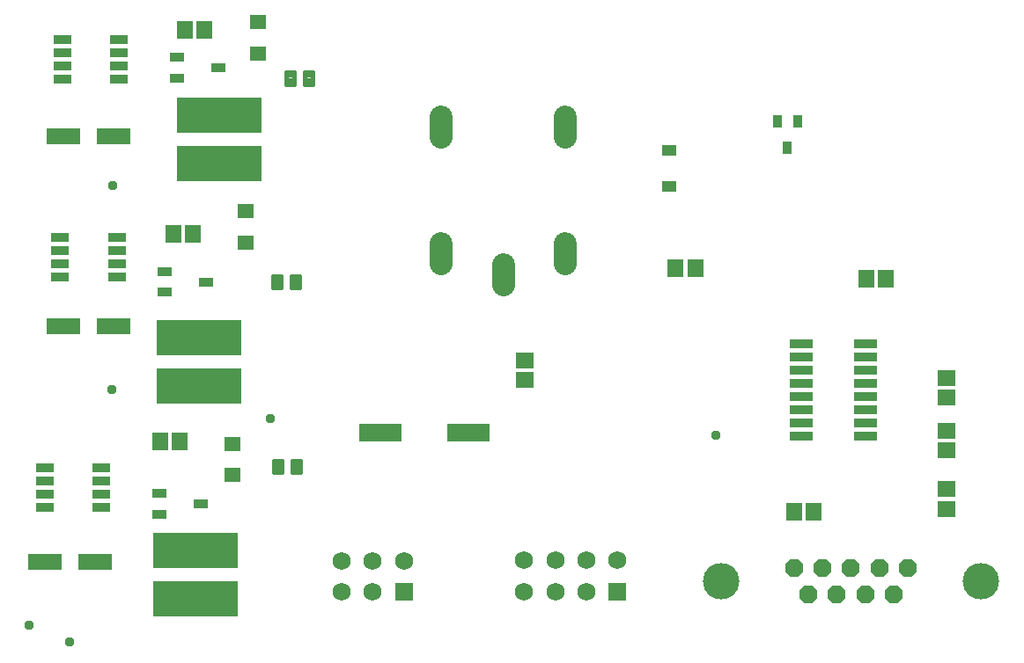
<source format=gbr>
G04 EAGLE Gerber RS-274X export*
G75*
%MOMM*%
%FSLAX34Y34*%
%LPD*%
%INSoldermask Top*%
%IPPOS*%
%AMOC8*
5,1,8,0,0,1.08239X$1,22.5*%
G01*
%ADD10R,2.235200X0.863600*%
%ADD11R,1.503200X1.703200*%
%ADD12R,1.703200X1.503200*%
%ADD13P,1.869504X8X202.500000*%
%ADD14C,3.505200*%
%ADD15C,1.733200*%
%ADD16R,1.733200X1.733200*%
%ADD17R,1.753200X0.903200*%
%ADD18R,8.203200X3.503200*%
%ADD19R,1.573200X1.323200*%
%ADD20R,1.473200X0.838200*%
%ADD21C,0.463294*%
%ADD22R,3.203200X1.603200*%
%ADD23C,2.184400*%
%ADD24R,1.333200X1.123200*%
%ADD25R,0.853200X1.153200*%
%ADD26R,4.103200X1.803200*%
%ADD27C,0.959600*%


D10*
X843734Y249550D03*
X782266Y249550D03*
X843734Y262250D03*
X843734Y274950D03*
X782266Y262250D03*
X782266Y274950D03*
X843734Y287650D03*
X782266Y287650D03*
X843734Y300350D03*
X782266Y300350D03*
X843734Y313050D03*
X843734Y325750D03*
X782266Y313050D03*
X782266Y325750D03*
X843734Y338450D03*
X782266Y338450D03*
D11*
X863500Y401000D03*
X844500Y401000D03*
D12*
X922000Y254500D03*
X922000Y235500D03*
X922000Y305500D03*
X922000Y286500D03*
D11*
X775500Y177000D03*
X794500Y177000D03*
D12*
X922000Y198500D03*
X922000Y179500D03*
D13*
X884864Y122700D03*
X857432Y122700D03*
X830000Y122700D03*
X802568Y122700D03*
X775136Y122700D03*
X871148Y97300D03*
X843716Y97300D03*
X816284Y97300D03*
X788852Y97300D03*
D14*
X955222Y110000D03*
X704778Y110000D03*
D15*
X575622Y99652D03*
X575622Y129652D03*
X545622Y99652D03*
X545622Y129652D03*
D16*
X605622Y99652D03*
D15*
X515622Y99652D03*
X605622Y129652D03*
X515622Y129652D03*
D16*
X400000Y99420D03*
D15*
X400000Y129420D03*
X370000Y99420D03*
X340000Y99420D03*
X370000Y129420D03*
X340000Y129420D03*
D12*
X516000Y322500D03*
X516000Y303500D03*
D17*
X126250Y592950D03*
X126250Y605650D03*
X126250Y618350D03*
X126250Y631050D03*
X71750Y631050D03*
X71750Y618350D03*
X71750Y605650D03*
X71750Y592950D03*
D18*
X223000Y558500D03*
X223000Y511500D03*
D19*
X260000Y618000D03*
X260000Y648000D03*
D20*
X222000Y604000D03*
X182000Y614000D03*
X182000Y594000D03*
D21*
X305110Y599685D02*
X312670Y599685D01*
X312670Y588315D01*
X305110Y588315D01*
X305110Y599685D01*
X305110Y592716D02*
X312670Y592716D01*
X312670Y597117D02*
X305110Y597117D01*
X294890Y599685D02*
X287330Y599685D01*
X294890Y599685D02*
X294890Y588315D01*
X287330Y588315D01*
X287330Y599685D01*
X287330Y592716D02*
X294890Y592716D01*
X294890Y597117D02*
X287330Y597117D01*
D17*
X124250Y402950D03*
X124250Y415650D03*
X124250Y428350D03*
X124250Y441050D03*
X69750Y441050D03*
X69750Y428350D03*
X69750Y415650D03*
X69750Y402950D03*
D18*
X203000Y344500D03*
X203000Y297500D03*
D19*
X248000Y436000D03*
X248000Y466000D03*
D20*
X210000Y398000D03*
X170000Y408000D03*
X170000Y388000D03*
D21*
X292110Y403685D02*
X299670Y403685D01*
X299670Y392315D01*
X292110Y392315D01*
X292110Y403685D01*
X292110Y396716D02*
X299670Y396716D01*
X299670Y401117D02*
X292110Y401117D01*
X281890Y403685D02*
X274330Y403685D01*
X281890Y403685D02*
X281890Y392315D01*
X274330Y392315D01*
X274330Y403685D01*
X274330Y396716D02*
X281890Y396716D01*
X281890Y401117D02*
X274330Y401117D01*
D17*
X109250Y180950D03*
X109250Y193650D03*
X109250Y206350D03*
X109250Y219050D03*
X54750Y219050D03*
X54750Y206350D03*
X54750Y193650D03*
X54750Y180950D03*
D18*
X200000Y139500D03*
X200000Y92500D03*
D19*
X235000Y212000D03*
X235000Y242000D03*
D20*
X205000Y184000D03*
X165000Y194000D03*
X165000Y174000D03*
D21*
X293110Y225685D02*
X300670Y225685D01*
X300670Y214315D01*
X293110Y214315D01*
X293110Y225685D01*
X293110Y218716D02*
X300670Y218716D01*
X300670Y223117D02*
X293110Y223117D01*
X282890Y225685D02*
X275330Y225685D01*
X282890Y225685D02*
X282890Y214315D01*
X275330Y214315D01*
X275330Y225685D01*
X275330Y218716D02*
X282890Y218716D01*
X282890Y223117D02*
X275330Y223117D01*
D22*
X73000Y538000D03*
X121000Y538000D03*
X73000Y355000D03*
X121000Y355000D03*
X55000Y128000D03*
X103000Y128000D03*
D11*
X208500Y641000D03*
X189500Y641000D03*
X197500Y444000D03*
X178500Y444000D03*
X184500Y244000D03*
X165500Y244000D03*
D23*
X496000Y394844D02*
X496000Y414656D01*
X555690Y415164D02*
X555690Y434976D01*
X436310Y434976D02*
X436310Y415164D01*
X436310Y537084D02*
X436310Y556896D01*
X555690Y556896D02*
X555690Y537084D01*
D24*
X655000Y524500D03*
X655000Y489500D03*
D25*
X759500Y552500D03*
X778500Y552500D03*
X769000Y527500D03*
D11*
X661500Y411000D03*
X680500Y411000D03*
D26*
X462500Y253000D03*
X377500Y253000D03*
D27*
X272000Y266000D03*
X700000Y250000D03*
X40000Y67000D03*
X120000Y491000D03*
X79000Y51000D03*
X119000Y294000D03*
M02*

</source>
